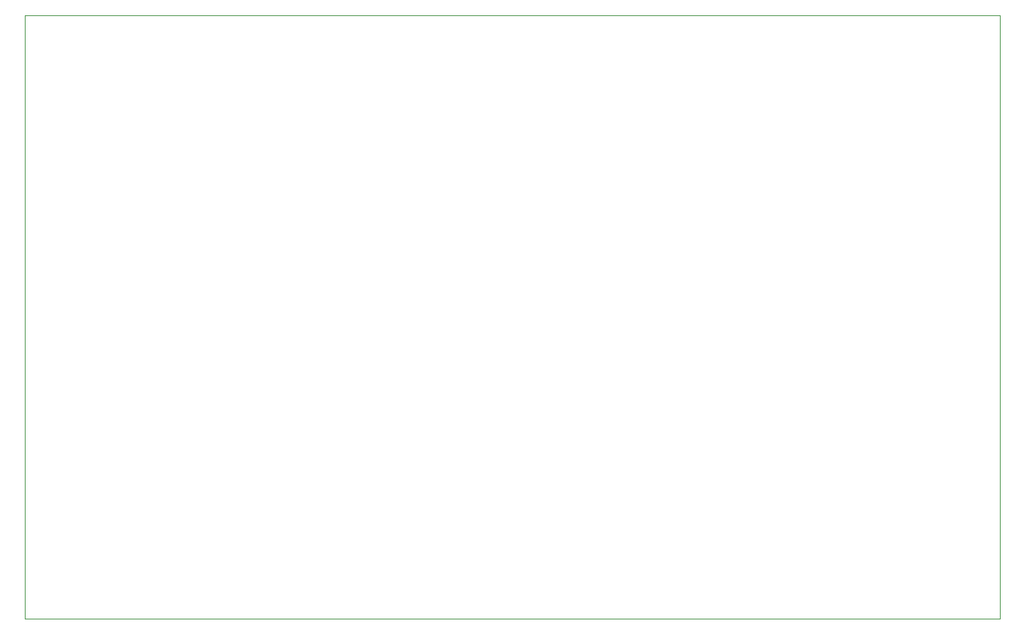
<source format=gbr>
%TF.GenerationSoftware,KiCad,Pcbnew,8.0.1*%
%TF.CreationDate,2024-05-27T17:32:14-07:00*%
%TF.ProjectId,pcb-v3,7063622d-7633-42e6-9b69-6361645f7063,rev?*%
%TF.SameCoordinates,Original*%
%TF.FileFunction,Profile,NP*%
%FSLAX46Y46*%
G04 Gerber Fmt 4.6, Leading zero omitted, Abs format (unit mm)*
G04 Created by KiCad (PCBNEW 8.0.1) date 2024-05-27 17:32:14*
%MOMM*%
%LPD*%
G01*
G04 APERTURE LIST*
%TA.AperFunction,Profile*%
%ADD10C,0.100000*%
%TD*%
G04 APERTURE END LIST*
D10*
X124000000Y-27000000D02*
X237000000Y-27000000D01*
X237000000Y-97000000D01*
X124000000Y-97000000D01*
X124000000Y-27000000D01*
M02*

</source>
